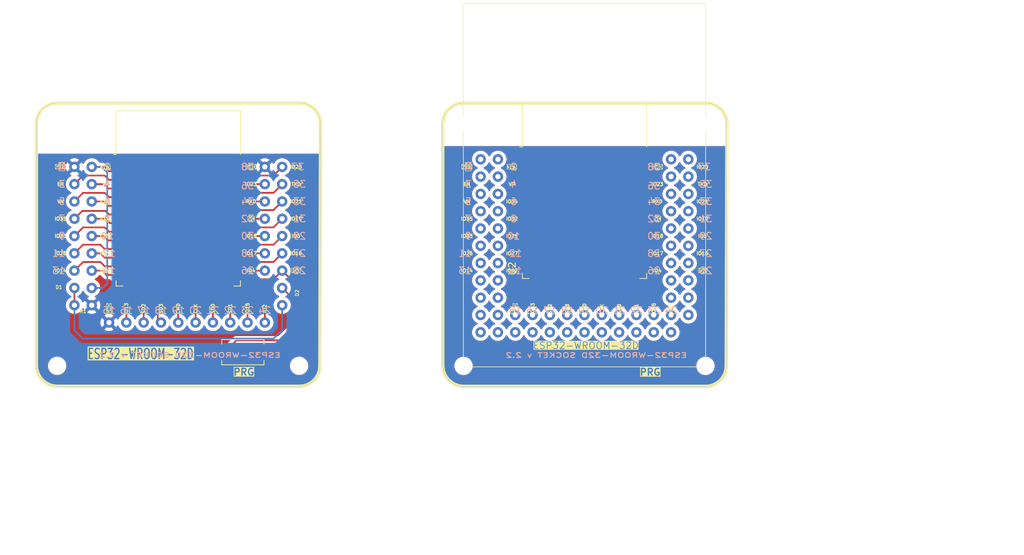
<source format=kicad_pcb>
(kicad_pcb (version 20240108) (generator "pcbnew") (generator_version "8.0")
  (layers (0 "F.Cu" signal) (31 "B.Cu" signal) (34 "B.Paste" user) (35 "F.Paste" user) (36 "B.SilkS" user "B.Silkscreen") (37 "F.SilkS" user "F.Silkscreen") (38 "B.Mask" user) (39 "F.Mask" user) (44 "Edge.Cuts" user))
  (net 0 "")
  (net 1 "GND")
  (net 2 "+3V3")
  (net 3 "unconnected-(U1-EN-Pad3)")
  (net 4 "unconnected-(U1-SENSOR_VP-Pad4)")
  (net 5 "unconnected-(U1-SENSOR_VN-Pad5)")
  (net 6 "unconnected-(U1-IO34-Pad6)")
  (net 7 "unconnected-(U1-IO35-Pad7)")
  (net 8 "unconnected-(U1-IO32-Pad8)")
  (net 9 "unconnected-(U1-IO33-Pad9)")
  (net 10 "unconnected-(U1-IO25-Pad10)")
  (net 11 "unconnected-(U1-IO26-Pad11)")
  (net 12 "unconnected-(U1-IO27-Pad12)")
  (net 13 "unconnected-(U1-IO14-Pad13)")
  (net 14 "unconnected-(U1-IO12-Pad14)")
  (net 15 "unconnected-(U1-IO13-Pad16)")
  (net 16 "unconnected-(U1-SHD{slash}SD2-Pad17)")
  (net 17 "unconnected-(U1-SWP{slash}SD3-Pad18)")
  (net 18 "unconnected-(U1-SCS{slash}CMD-Pad19)")
  (net 19 "unconnected-(U1-SCK{slash}CLK-Pad20)")
  (net 20 "unconnected-(U1-SDO{slash}SD0-Pad21)")
  (net 21 "unconnected-(U1-SDI{slash}SD1-Pad22)")
  (net 22 "unconnected-(U1-IO15-Pad23)")
  (net 23 "unconnected-(U1-IO2-Pad24)")
  (net 24 "unconnected-(U1-IO4-Pad26)")
  (net 25 "unconnected-(U1-IO16-Pad27)")
  (net 26 "unconnected-(U1-IO17-Pad28)")
  (net 27 "unconnected-(U1-IO5-Pad29)")
  (net 28 "unconnected-(U1-IO18-Pad30)")
  (net 29 "unconnected-(U1-IO19-Pad31)")
  (net 30 "unconnected-(U1-NC-Pad32)")
  (net 31 "unconnected-(U1-IO21-Pad33)")
  (net 32 "unconnected-(U1-RXD0{slash}IO3-Pad34)")
  (net 33 "unconnected-(U1-TXD0{slash}IO1-Pad35)")
  (net 34 "unconnected-(U1-IO22-Pad36)")
  (net 35 "unconnected-(U1-IO23-Pad37)")
  (net 36 "Net-(D1-K)")
  (net 37 "Net-(D2-A)")
  (net 38 "/PRG")
  (net 41 "Net-(U2-GND-Pad1)")
  (footprint "Alexander Footprints Library:R_2.5mm" (layer "F.Cu") (at 56.75 85.53)
    (property "Reference" "R1")
    (property "Value" "R")
  )
  (footprint "MountingHole:MountingHole_2.2mm_M2" (layer "F.Cu") (at 51.68 91.89)
    (property "Reference" "H4" (hide yes))
    (property "Value" "MountingHole_Pad_MP")
  )
  (footprint "MountingHole:MountingHole_2.2mm_M2" (layer "F.Cu") (at 51.68 56.39)
    (property "Reference" "H1" (hide yes))
    (property "Value" "MountingHole_Pad_MP")
  )
  (footprint "Alexander Footprints Library:LED_2.5mm" (layer "F.Cu") (at 87.23 80.45 90)
    (property "Reference" "D2")
    (property "Value" "PROG" (hide yes))
  )
  (footprint "Alexander Footprints Library:LED_2.5mm" (layer "F.Cu") (at 56.75 90.61)
    (property "Reference" "D1")
    (property "Value" "PWR" (hide yes))
  )
  (footprint "Alexanddr Footprints Library:ESP32-WROOM-Adapter-Socket" (layer "F.Cu") (at 129.05 69.18)
    (property "Reference" "U2")
    (property "Value" "ESP32-WROOM-32D")
  )
  (footprint "MountingHole:MountingHole_2.2mm_M2" (layer "F.Cu") (at 146.8 91.9)
    (property "Reference" "H3" (hide yes))
    (property "Value" "MountingHole_Pad_MP")
  )
  (footprint "MountingHole:MountingHole_2.2mm_M2" (layer "F.Cu") (at 87.18 56.39)
    (property "Reference" "H2" (hide yes))
    (property "Value" "MountingHole_Pad_MP")
  )
  (footprint "MountingHole:MountingHole_2.2mm_M2" (layer "F.Cu") (at 146.8 56.4)
    (property "Reference" "H2" (hide yes))
    (property "Value" "MountingHole_Pad_MP")
  )
  (footprint "Alexander Footprints Library:ESP32-WROOM-Adapter-2" (layer "F.Cu") (at 69.45 70.29)
    (property "Reference" "U1" (hide yes))
    (property "Value" "ESP32-WROOM-32D")
  )
  (footprint "Button_Switch_SMD:SW_SPST_EVQPE1" (layer "F.Cu") (at 78.93 89.89 180)
    (property "Reference" "SW1" (hide yes))
    (property "Value" "PRG")
  )
  (footprint "MountingHole:MountingHole_2.2mm_M2" (layer "F.Cu") (at 87.18 91.89)
    (property "Reference" "H3" (hide yes))
    (property "Value" "MountingHole_Pad_MP")
  )
  (footprint "MountingHole:MountingHole_2.2mm_M2" (layer "F.Cu") (at 111.3 56.4)
    (property "Reference" "H1" (hide yes))
    (property "Value" "MountingHole_Pad_MP")
  )
  (footprint "MountingHole:MountingHole_2.2mm_M2" (layer "F.Cu") (at 111.3 91.9)
    (property "Reference" "H4" (hide yes))
    (property "Value" "MountingHole_Pad_MP")
  )
  (gr_line (start 108.25 91.8) (end 108.25 56.4) (stroke (width 0.5)) (layer "F.SilkS"))
  (gr_arc (start 111.35 94.9) (mid 109.157969 93.992031) (end 108.25 91.8) (stroke (width 0.5)) (layer "F.SilkS"))
  (gr_line (start 90.23 91.89) (end 90.33 56.39) (stroke (width 0.5)) (layer "F.SilkS"))
  (gr_arc (start 108.25 56.4) (mid 109.157969 54.207969) (end 111.35 53.3) (stroke (width 0.5)) (layer "F.SilkS"))
  (gr_line (start 146.85 53.3) (end 111.35 53.3) (stroke (width 0.5)) (layer "F.SilkS"))
  (gr_arc (start 90.23 91.89) (mid 89.35132 94.01132) (end 87.23 94.89) (stroke (width 0.5)) (layer "F.SilkS"))
  (gr_line (start 149.85 91.9) (end 149.95 56.4) (stroke (width 0.5)) (layer "F.SilkS"))
  (gr_line (start 87.23 53.29) (end 51.73 53.29) (stroke (width 0.5)) (layer "F.SilkS"))
  (gr_arc (start 48.63 56.39) (mid 49.537969 54.197969) (end 51.73 53.29) (stroke (width 0.5)) (layer "F.SilkS"))
  (gr_arc (start 146.85 53.3) (mid 149.042031 54.207969) (end 149.95 56.4) (stroke (width 0.5)) (layer "F.SilkS"))
  (gr_line (start 111.35 94.9) (end 146.85 94.9) (stroke (width 0.5)) (layer "F.SilkS"))
  (gr_arc (start 149.85 91.9) (mid 148.97132 94.02132) (end 146.85 94.9) (stroke (width 0.5)) (layer "F.SilkS"))
  (gr_arc (start 87.23 53.29) (mid 89.422031 54.197969) (end 90.33 56.39) (stroke (width 0.5)) (layer "F.SilkS"))
  (gr_line (start 51.73 94.89) (end 87.23 94.89) (stroke (width 0.5)) (layer "F.SilkS"))
  (gr_line (start 48.63 91.79) (end 48.63 56.39) (stroke (width 0.5)) (layer "F.SilkS"))
  (gr_arc (start 51.73 94.89) (mid 49.537969 93.982031) (end 48.63 91.79) (stroke (width 0.5)) (layer "F.SilkS"))
  (gr_line (start 87.23 94.928) (end 51.67 94.928) (stroke (width 0.1)) (layer "Edge.Cuts"))
  (gr_arc (start 87.23 53.272) (mid 89.385261 54.164739) (end 90.278 56.32) (stroke (width 0.1)) (layer "Edge.Cuts"))
  (gr_line (start 146.85 94.938) (end 111.29 94.938) (stroke (width 0.1)) (layer "Edge.Cuts"))
  (gr_line (start 146.85 53.282) (end 111.29 53.282) (stroke (width 0.1)) (layer "Edge.Cuts"))
  (gr_arc (start 48.622 56.32) (mid 49.514739 54.164739) (end 51.67 53.272) (stroke (width 0.1)) (layer "Edge.Cuts"))
  (gr_arc (start 108.242 56.33) (mid 109.134739 54.174739) (end 111.29 53.282) (stroke (width 0.1)) (layer "Edge.Cuts"))
  (gr_arc (start 51.67 94.928) (mid 49.514739 94.035261) (end 48.622 91.88) (stroke (width 0.1)) (layer "Edge.Cuts"))
  (gr_arc (start 111.29 94.938) (mid 109.134739 94.045261) (end 108.242 91.89) (stroke (width 0.1)) (layer "Edge.Cuts"))
  (gr_arc (start 146.85 53.282) (mid 149.005261 54.174739) (end 149.898 56.33) (stroke (width 0.1)) (layer "Edge.Cuts"))
  (gr_arc (start 90.278 91.88) (mid 89.385261 94.035261) (end 87.23 94.928) (stroke (width 0.1)) (layer "Edge.Cuts"))
  (gr_line (start 48.622 56.32) (end 48.622 91.88) (stroke (width 0.1)) (layer "Edge.Cuts"))
  (gr_line (start 87.23 53.272) (end 51.67 53.272) (stroke (width 0.1)) (layer "Edge.Cuts"))
  (gr_arc (start 149.898 91.89) (mid 149.005261 94.045261) (end 146.85 94.938) (stroke (width 0.1)) (layer "Edge.Cuts"))
  (gr_line (start 149.898 91.89) (end 149.898 56.33) (stroke (width 0.1)) (layer "Edge.Cuts"))
  (gr_line (start 90.278 91.88) (end 90.278 56.32) (stroke (width 0.1)) (layer "Edge.Cuts"))
  (gr_line (start 108.242 56.33) (end 108.242 91.89) (stroke (width 0.1)) (layer "Edge.Cuts"))
  (gr_text "31" (at 146.85 70.3 0) (layer "B.SilkS") (effects (font (size 1 1)) (justify mirror)))
  (gr_text "26" (at 79.61 77.91 0) (layer "B.SilkS") (effects (font (size 1 1)) (justify mirror)))
  (gr_text "5" (at 112.56 67.76 0) (layer "B.SilkS") (effects (font (size 1 1)) (justify left mirror)))
  (gr_text "14" (at 59.29 77.91 0) (layer "B.SilkS") (effects (font (size 1 1)) (justify mirror)))
  (gr_text "21" (at 134.15 83.762 0) (layer "B.SilkS") (effects (font (size 1 1)) (justify mirror)))
  (gr_text "18" (at 66.91 83.752 0) (layer "B.SilkS") (effects (font (size 1 1)) (justify mirror)))
  (gr_text "13" (at 52.94 77.91 0) (layer "B.SilkS") (effects (font (size 1 1)) (justify left mirror)))
  (gr_text "15" (at 59.29 83.752 0) (layer "B.SilkS") (effects (font (size 1 1)) (justify mirror)))
  (gr_text "24" (at 82.15 83.752 0) (layer "B.SilkS") (effects (font (size 1 1)) (justify mirror)))
  (gr_text "35" (at 146.85 65.22 0) (layer "B.SilkS") (effects (font (size 1 1)) (justify mirror)))
  (gr_text "6" (at 59.036 67.75 0) (layer "B.SilkS") (effects (font (size 1 1)) (justify mirror)))
  (gr_text "7" (at 52.94 70.29 0) (layer "B.SilkS") (effects (font (size 1 1)) (justify left mirror)))
  (gr_text "34" (at 139.23 67.76 0) (layer "B.SilkS") (effects (font (size 1 1)) (justify mirror)))
  (gr_text "28" (at 79.61 75.37 0) (layer "B.SilkS") (effects (font (size 1 1)) (justify mirror)))
  (gr_text "25" (at 146.85 77.92 0) (layer "B.SilkS") (effects (font (size 1 1)) (justify mirror)))
  (gr_text "33" (at 87.23 67.75 0) (layer "B.SilkS") (effects (font (size 1 1)) (justify mirror)))
  (gr_text "24" (at 141.77 83.762 0) (layer "B.SilkS") (effects (font (size 1 1)) (justify mirror)))
  (gr_text "19" (at 69.45 83.752 0) (layer "B.SilkS") (effects (font (size 1 1)) (justify mirror)))
  (gr_text "5" (at 52.94 67.75 0) (layer "B.SilkS") (effects (font (size 1 1)) (justify left mirror)))
  (gr_text "18" (at 126.53 83.762 0) (layer "B.SilkS") (effects (font (size 1 1)) (justify mirror)))
  (gr_text "31" (at 87.23 70.29 0) (layer "B.SilkS") (effects (font (size 1 1)) (justify mirror)))
  (gr_text "7" (at 112.56 70.3 0) (layer "B.SilkS") (effects (font (size 1 1)) (justify left mirror)))
  (gr_text "27" (at 146.85 75.38 0) (layer "B.SilkS") (effects (font (size 1 1)) (justify mirror)))
  (gr_text "16" (at 121.45 83.762 0) (layer "B.SilkS") (effects (font (size 1 1)) (justify mirror)))
  (gr_text "3" (at 112.56 65.22 0) (layer "B.SilkS") (effects (font (size 1 1)) (justify left mirror)))
  (gr_text "23\n" (at 139.23 83.762 0) (layer "B.SilkS") (effects (font (size 1 1)) (justify mirror)))
  (gr_text "11" (at 112.56 75.38 0) (layer "B.SilkS") (effects (font (size 1 1)) (justify left mirror)))
  (gr_text "10" (at 59.036 72.83 0) (layer "B.SilkS") (effects (font (size 1 1)) (justify mirror)))
  (gr_text "16" (at 61.83 83.752 0) (layer "B.SilkS") (effects (font (size 1 1)) (justify mirror)))
  (gr_text "3" (at 52.94 65.21 0) (layer "B.SilkS") (effects (font (size 1 1)) (justify left mirror)))
  (gr_text "33" (at 146.85 67.76 0) (layer "B.SilkS") (effects (font (size 1 1)) (justify mirror)))
  (gr_text "32" (at 79.61 70.29 0) (layer "B.SilkS") (effects (font (size 1 1)) (justify mirror)))
  (gr_text "22" (at 77.07 83.752 0) (layer "B.SilkS") (effects (font (size 1 1)) (justify mirror)))
  (gr_text "15" (at 118.91 83.762 0) (layer "B.SilkS") (effects (font (size 1 1)) (justify mirror)))
  (gr_text "27" (at 87.23 75.37 0) (layer "B.SilkS") (effects (font (size 1 1)) (justify mirror)))
  (gr_text "4" (at 59.036 65.21 0) (layer "B.SilkS") (effects (font (size 1 1)) (justify mirror)))
  (gr_text "25" (at 87.23 77.91 0) (layer "B.SilkS") (effects (font (size 1 1)) (justify mirror)))
  (gr_text "8" (at 59.036 70.29 0) (layer "B.SilkS") (effects (font (size 1 1)) (justify mirror)))
  (gr_text "12" (at 118.91 75.38 0) (layer "B.SilkS") (effects (font (size 1 1)) (justify mirror)))
  (gr_text "6" (at 118.656 67.76 0) (layer "B.SilkS") (effects (font (size 1 1)) (justify mirror)))
  (gr_text "17" (at 64.37 83.752 0) (layer "B.SilkS") (effects (font (size 1 1)) (justify mirror)))
  (gr_text "ESP32-WROOM-32D SOCKET v 2.2" (at 144.183 90.747 0) (layer "B.SilkS") (effects (font (size 0.7 1)) (justify left bottom mirror)))
  (gr_text "36" (at 79.61 65.464 0) (layer "B.SilkS") (effects (font (size 1 1)) (justify mirror)))
  (gr_text "37" (at 86.976 62.67 0) (layer "B.SilkS") (effects (font (size 1 1)) (justify mirror)))
  (gr_text "29" (at 146.85 72.84 0) (layer "B.SilkS") (effects (font (size 1 1)) (justify mirror)))
  (gr_text "4" (at 118.656 65.22 0) (layer "B.SilkS") (effects (font (size 1 1)) (justify mirror)))
  (gr_text "19" (at 129.07 83.762 0) (layer "B.SilkS") (effects (font (size 1 1)) (justify mirror)))
  (gr_text "23\n" (at 79.61 83.752 0) (layer "B.SilkS") (effects (font (size 1 1)) (justify mirror)))
  (gr_text "29" (at 87.23 72.83 0) (layer "B.SilkS") (effects (font (size 1 1)) (justify mirror)))
  (gr_text "35" (at 87.23 65.21 0) (layer "B.SilkS") (effects (font (size 1 1)) (justify mirror)))
  (gr_text "2" (at 118.656 62.68 0) (layer "B.SilkS") (effects (font (size 1 1)) (justify mirror)))
  (gr_text "30" (at 79.61 72.83 0) (layer "B.SilkS") (effects (font (size 1 1)) (justify mirror)))
  (gr_text "8" (at 118.656 70.3 0) (layer "B.SilkS") (effects (font (size 1 1)) (justify mirror)))
  (gr_text "14" (at 118.91 77.92 0) (layer "B.SilkS") (effects (font (size 1 1)) (justify mirror)))
  (gr_text "9" (at 52.94 72.83 0) (layer "B.SilkS") (effects (font (size 1 1)) (justify left mirror)))
  (gr_text "11" (at 52.94 75.37 0) (layer "B.SilkS") (effects (font (size 1 1)) (justify left mirror)))
  (gr_text "34" (at 79.61 67.75 0) (layer "B.SilkS") (effects (font (size 1 1)) (justify mirror)))
  (gr_text "32" (at 139.23 70.3 0) (layer "B.SilkS") (effects (font (size 1 1)) (justify mirror)))
  (gr_text "37" (at 146.596 62.68 0) (layer "B.SilkS") (effects (font (size 1 1)) (justify mirror)))
  (gr_text "30" (at 139.23 72.84 0) (layer "B.SilkS") (effects (font (size 1 1)) (justify mirror)))
  (gr_text "38" (at 139.23 62.68 0) (layer "B.SilkS") (effects (font (size 1 1)) (justify mirror)))
  (gr_text "2" (at 59.036 62.67 0) (layer "B.SilkS") (effects (font (size 1 1)) (justify mirror)))
  (gr_text "20" (at 71.99 83.752 0) (layer "B.SilkS") (effects (font (size 1 1)) (justify mirror)))
  (gr_text "1" (at 112.56 62.68 0) (layer "B.SilkS" knockout) (effects (font (size 1 1)) (justify left mirror)))
  (gr_text "12" (at 59.29 75.37 0) (layer "B.SilkS") (effects (font (size 1 1)) (justify mirror)))
  (gr_text "36" (at 139.23 65.474 0) (layer "B.SilkS") (effects (font (size 1 1)) (justify mirror)))
  (gr_text "21" (at 74.53 83.752 0) (layer "B.SilkS") (effects (font (size 1 1)) (justify mirror)))
  (gr_text "28" (at 139.23 75.38 0) (layer "B.SilkS") (effects (font (size 1 1)) (justify mirror)))
  (gr_text "1" (at 52.94 62.67 0) (layer "B.SilkS" knockout) (effects (font (size 1 1)) (justify left mirror)))
  (gr_text "9" (at 112.56 72.84 0) (layer "B.SilkS") (effects (font (size 1 1)) (justify left mirror)))
  (gr_text "26" (at 139.23 77.92 0) (layer "B.SilkS") (effects (font (size 1 1)) (justify mirror)))
  (gr_text "17" (at 123.99 83.762 0) (layer "B.SilkS") (effects (font (size 1 1)) (justify mirror)))
  (gr_text "20" (at 131.61 83.762 0) (layer "B.SilkS") (effects (font (size 1 1)) (justify mirror)))
  (gr_text "10" (at 118.656 72.84 0) (layer "B.SilkS") (effects (font (size 1 1)) (justify mirror)))
  (gr_text "38" (at 79.61 62.67 0) (layer "B.SilkS") (effects (font (size 1 1)) (justify mirror)))
  (gr_text "ESP32-WROOM-32D SOCKET v 2.2" (at 84.563 90.737 0) (layer "B.SilkS") (effects (font (size 0.7 1)) (justify left bottom mirror)))
  (gr_text "13" (at 112.56 77.92 0) (layer "B.SilkS") (effects (font (size 1 1)) (justify left mirror)))
  (gr_text "22" (at 136.69 83.762 0) (layer "B.SilkS") (effects (font (size 1 1)) (justify mirror)))
  (gr_text "VP" (at 118.402 65.22 0) (layer "F.SilkS") (effects (font (size 0.5 0.5) (thickness 0.125))))
  (gr_text "IO18" (at 139.738 72.84 0) (layer "F.SilkS") (effects (font (size 0.5 0.5) (thickness 0.125))))
  (gr_text "IO15" (at 139.23 83.508 90) (layer "F.SilkS") (effects (font (size 0.5 0.5) (thickness 0.125))))
  (gr_text "RXD" (at 80.118 67.75 0) (layer "F.SilkS") (effects (font (size 0.5 0.5) (thickness 0.125))))
  (gr_text "CMD" (at 69.45 83.498 90) (layer "F.SilkS") (effects (font (size 0.5 0.5) (thickness 0.125))))
  (gr_text "VN" (at 111.798 67.76 0) (layer "F.SilkS") (effects (font (size 0.5 0.5) (thickness 0.125))))
  (gr_text "IO13" (at 121.45 83.508 90) (layer "F.SilkS") (effects (font (size 0.5 0.5) (thickness 0.125))))
  (gr_text "IO2" (at 141.77 83.508 90) (layer "F.SilkS") (effects (font (size 0.5 0.5) (thickness 0.125))))
  (gr_text "IO16" (at 146.342 75.38 0) (layer "F.SilkS") (effects (font (size 0.5 0.5) (thickness 0.125))))
  (gr_text "IO23" (at 80.118 65.21 0) (layer "F.SilkS") (effects (font (size 0.5 0.5) (thickness 0.125))))
  (gr_text "SD2" (at 64.37 83.498 90) (layer "F.SilkS") (effects (font (size 0.5 0.5) (thickness 0.125))))
  (gr_text "CLK" (at 71.99 83.498 90) (layer "F.SilkS") (effects (font (size 0.5 0.5) (thickness 0.125))))
  (gr_text "EN" (at 111.798 65.22 0) (layer "F.SilkS") (effects (font (size 0.5 0.5) (thickness 0.125))))
  (gr_text "TXD" (at 146.342 65.22 0) (layer "F.SilkS") (effects (font (size 0.5 0.5) (thickness 0.125))))
  (gr_text "IO26" (at 111.798 75.38 0) (layer "F.SilkS") (effects (font (size 0.5 0.5) (thickness 0.125))))
  (gr_text "IO18" (at 80.118 72.83 0) (layer "F.SilkS") (effects (font (size 0.5 0.5) (thickness 0.125))))
  (gr_text "IO13" (at 61.83 83.498 90) (layer "F.SilkS") (effects (font (size 0.5 0.5) (thickness 0.125))))
  (gr_text "SD0" (at 74.53 83.498 90) (layer "F.SilkS") (effects (font (size 0.5 0.5) (thickness 0.125))))
  (gr_text "IO35" (at 52.178 70.29 0) (layer "F.SilkS") (effects (font (size 0.5 0.5) (thickness 0.125))))
  (gr_text "IO4" (at 80.118 77.91 0) (layer "F.SilkS") (effects (font (size 0.5 0.5) (thickness 0.125))))
  (gr_text "IO25" (at 118.402 72.84 0) (layer "F.SilkS") (effects (font (size 0.5 0.5) (thickness 0.125))))
  (gr_text "IO19" (at 146.342 70.3 0) (layer "F.SilkS") (effects (font (size 0.5 0.5) (thickness 0.125))))
  (gr_text "IO14" (at 52.178 77.91 0) (layer "F.SilkS") (effects (font (size 0.5 0.5) (thickness 0.125))))
  (gr_text "IO15" (at 79.61 83.498 90) (layer "F.SilkS") (effects (font (size 0.5 0.5) (thickness 0.125))))
  (gr_text "SD2" (at 123.99 83.508 90) (layer "F.SilkS") (effects (font (size 0.5 0.5) (thickness 0.125))))
  (gr_text "PRG" (at 77.43 93.39 0) (layer "F.SilkS" knockout) (effects (font (size 1 1) (thickness 0.2) (bold yes)) (justify left bottom)))
  (gr_text "IO5" (at 86.722 72.83 0) (layer "F.SilkS") (effects (font (size 0.5 0.5) (thickness 0.125))))
  (gr_text "VN" (at 52.178 67.75 0) (layer "F.SilkS") (effects (font (size 0.5 0.5) (thickness 0.125))))
  (gr_text "SD3" (at 126.53 83.508 90) (layer "F.SilkS") (effects (font (size 0.5 0.5) (thickness 0.125))))
  (gr_text "IO25" (at 58.782 72.83 0) (layer "F.SilkS") (effects (font (size 0.5 0.5) (thickness 0.125))))
  (gr_text "SD1" (at 77.07 83.498 90) (layer "F.SilkS") (effects (font (size 0.5 0.5) (thickness 0.125))))
  (gr_text "IO12" (at 58.782 77.91 0) (layer "F.SilkS") (effects (font (size 0.5 0.5) (thickness 0.125))))
  (gr_text "IO12" (at 118.402 77.92 0) (layer "F.SilkS") (effects (font (size 0.5 0.5) (thickness 0.125))))
  (gr_text "3V3" (at 58.782 62.67 0) (layer "F.SilkS" knockout) (effects (font (size 0.5 0.5) (thickness 0.125))))
  (gr_text "IO26" (at 52.178 75.37 0) (layer "F.SilkS") (effects (font (size 0.5 0.5) (thickness 0.125))))
  (gr_text "VP" (at 58.782 65.21 0) (layer "F.SilkS") (effects (font (size 0.5 0.5) (thickness 0.125))))
  (gr_text "GND" (at 52.178 62.67 0) (layer "F.SilkS" knockout) (effects (font (size 0.5 0.5) (thickness 0.125))))
  (gr_text "IO23" (at 139.738 65.22 0) (layer "F.SilkS") (effects (font (size 0.5 0.5) (thickness 0.125))))
  (gr_text "IO34" (at 118.402 67.76 0) (layer "F.SilkS") (effects (font (size 0.5 0.5) (thickness 0.125))))
  (gr_text "IO27" (at 118.402 75.38 0) (layer "F.SilkS") (effects (font (size 0.5 0.5) (thickness 0.125))))
  (gr_text "GND" (at 118.91 83.508 90) (layer "F.SilkS" knockout) (effects (font (size 0.5 0.5) (thickness 0.125))))
  (gr_text "IO17" (at 139.738 75.38 0) (layer "F.SilkS") (effects (font (size 0.5 0.5) (thickness 0.125))))
  (gr_text "NC" (at 139.738 70.3 0) (layer "F.SilkS" knockout) (effects (font (size 0.5 0.5) (thickness 0.125))))
  (gr_text "IO34" (at 58.782 67.75 0) (layer "F.SilkS") (effects (font (size 0.5 0.5) (thickness 0.125))))
  (gr_text "IO23" (at 146.342 62.68 0) (layer "F.SilkS") (effects (font (size 0.5 0.5) (thickness 0.125))))
  (gr_text "IO35" (at 111.798 70.3 0) (layer "F.SilkS") (effects (font (size 0.5 0.5) (thickness 0.125))))
  (gr_text "IO23" (at 86.722 62.67 0) (layer "F.SilkS") (effects (font (size 0.5 0.5) (thickness 0.125))))
  (gr_text "SD0" (at 134.15 83.508 90) (layer "F.SilkS") (effects (font (size 0.5 0.5) (thickness 0.125))))
  (gr_text "GND" (at 139.738 62.68 0) (layer "F.SilkS" knockout) (effects (font (size 0.5 0.5) (thickness 0.125))))
  (gr_text "GND" (at 111.798 62.68 0) (layer "F.SilkS" knockout) (effects (font (size 0.5 0.5) (thickness 0.125))))
  (gr_text "IO16" (at 86.722 75.37 0) (layer "F.SilkS") (effects (font (size 0.5 0.5) (thickness 0.125))))
  (gr_text "IO17" (at 80.118 75.37 0) (layer "F.SilkS") (effects (font (size 0.5 0.5) (thickness 0.125))))
  (gr_text "3V3" (at 118.402 62.68 0) (layer "F.SilkS" knockout) (effects (font (size 0.5 0.5) (thickness 0.125))))
  (gr_text "IO0" (at 86.722 77.91 0) (layer "F.SilkS" knockout) (effects (font (size 0.5 0.5) (thickness 0.125))))
  (gr_text "IO4" (at 139.738 77.92 0) (layer "F.SilkS") (effects (font (size 0.5 0.5) (thickness 0.125))))
  (gr_text "PRG" (at 137.05 93.4 0) (layer "F.SilkS" knockout) (effects (font (size 1 1) (thickness 0.2) (bold yes)) (justify left bottom)))
  (gr_text "TXD" (at 86.722 65.21 0) (layer "F.SilkS") (effects (font (size 0.5 0.5) (thickness 0.125))))
  (gr_text "SD1" (at 136.69 83.508 90) (layer "F.SilkS") (effects (font (size 0.5 0.5) (thickness 0.125))))
  (gr_text "SD3" (at 66.91 83.498 90) (layer "F.SilkS") (effects (font (size 0.5 0.5) (thickness 0.125))))
  (gr_text "IO5" (at 146.342 72.84 0) (layer "F.SilkS") (effects (font (size 0.5 0.5) (thickness 0.125))))
  (gr_text "RXD" (at 139.738 67.76 0) (layer "F.SilkS") (effects (font (size 0.5 0.5) (thickness 0.125))))
  (gr_text "EN" (at 52.178 65.21 0) (layer "F.SilkS") (effects (font (size 0.5 0.5) (thickness 0.125))))
  (gr_text "IO19" (at 86.722 70.29 0) (layer "F.SilkS") (effects (font (size 0.5 0.5) (thickness 0.125))))
  (gr_text "CMD" (at 129.07 83.508 90) (layer "F.SilkS") (effects (font (size 0.5 0.5) (thickness 0.125))))
  (gr_text "IO21" (at 146.342 67.76 0) (layer "F.SilkS") (effects (font (size 0.5 0.5) (thickness 0.125))))
  (gr_text "CLK" (at 131.61 83.508 90) (layer "F.SilkS") (effects (font (size 0.5 0.5) (thickness 0.125))))
  (gr_text "IO32" (at 58.782 70.29 0) (layer "F.SilkS") (effects (font (size 0.5 0.5) (thickness 0.125))))
  (gr_text "GND" (at 80.118 62.67 0) (layer "F.SilkS" knockout) (effects (font (size 0.5 0.5) (thickness 0.125))))
  (gr_text "IO33" (at 111.798 72.84 0) (layer "F.SilkS") (effects (font (size 0.5 0.5) (thickness 0.125))))
  (gr_text "IO27" (at 58.782 75.37 0) (layer "F.SilkS") (effects (font (size 0.5 0.5) (thickness 0.125))))
  (gr_text "IO14" (at 111.798 77.92 0) (layer "F.SilkS") (effects (font (size 0.5 0.5) (thickness 0.125))))
  (gr_text "GND" (at 59.29 83.498 90) (layer "F.SilkS" knockout) (effects (font (size 0.5 0.5) (thickness 0.125))))
  (gr_text "IO32" (at 118.402 70.3 0) (layer "F.SilkS") (effects (font (size 0.5 0.5) (thickness 0.125))))
  (gr_text "IO21" (at 86.722 67.75 0) (layer "F.SilkS") (effects (font (size 0.5 0.5) (thickness 0.125))))
  (gr_text "IO0" (at 146.342 77.92 0) (layer "F.SilkS" knockout) (effects (font (size 0.5 0.5) (thickness 0.125))))
  (gr_text "IO33" (at 52.178 72.83 0) (layer "F.SilkS") (effects (font (size 0.5 0.5) (thickness 0.125))))
  (gr_text "NC" (at 80.118 70.29 0) (layer "F.SilkS" knockout) (effects (font (size 0.5 0.5) (thickness 0.125))))
  (gr_text "IO2" (at 82.15 83.498 90) (layer "F.SilkS") (effects (font (size 0.5 0.5) (thickness 0.125))))
  (segment (start 58.65 62.67) (end 59.29 63.31) (width 0.25) (layer "F.Cu") (net 2))
  (segment (start 60.7 63.31) (end 59.29 63.31) (width 0.25) (layer "F.Cu") (net 2))
  (segment (start 56.75 62.67) (end 58.65 62.67) (width 0.25) (layer "F.Cu") (net 2))
  (segment (start 59.03 63.49) (end 59.03 79.79) (width 0.25) (layer "B.Cu") (net 2))
  (segment (start 58.37 80.45) (end 56.75 80.45) (width 0.25) (layer "B.Cu") (net 2))
  (segment (start 58.21 62.67) (end 59.03 63.49) (width 0.25) (layer "B.Cu") (net 2))
  (segment (start 59.03 79.79) (end 58.37 80.45) (width 0.25) (layer "B.Cu") (net 2))
  (segment (start 56.75 62.67) (end 58.21 62.67) (width 0.25) (layer "B.Cu") (net 2))
  (segment (start 55.48 63.94) (end 54.21 65.21) (width 0.25) (layer "F.Cu") (net 3))
  (segment (start 59.29 64.58) (end 58.65 63.94) (width 0.25) (layer "F.Cu") (net 3))
  (segment (start 60.7 64.58) (end 59.29 64.58) (width 0.25) (layer "F.Cu") (net 3))
  (segment (start 58.65 63.94) (end 55.48 63.94) (width 0.25) (layer "F.Cu") (net 3))
  (segment (start 56.75 65.21) (end 58.528 65.21) (width 0.25) (layer "F.Cu") (net 4))
  (segment (start 58.528 65.21) (end 59.168 65.85) (width 0.25) (layer "F.Cu") (net 4))
  (segment (start 59.168 65.85) (end 60.7 65.85) (width 0.25) (layer "F.Cu") (net 4))
  (segment (start 54.21 67.75) (end 55.47 66.49) (width 0.25) (layer "F.Cu") (net 5))
  (segment (start 58.66 66.49) (end 59.29 67.12) (width 0.25) (layer "F.Cu") (net 5))
  (segment (start 59.29 67.12) (end 60.7 67.12) (width 0.25) (layer "F.Cu") (net 5))
  (segment (start 55.47 66.49) (end 58.66 66.49) (width 0.25) (layer "F.Cu") (net 5))
  (segment (start 58.528 67.75) (end 56.75 67.75) (width 0.25) (layer "F.Cu") (net 6))
  (segment (start 59.168 68.39) (end 58.528 67.75) (width 0.25) (layer "F.Cu") (net 6))
  (segment (start 60.7 68.39) (end 59.168 68.39) (width 0.25) (layer "F.Cu") (net 6))
  (segment (start 59.29 69.66) (end 60.7 69.66) (width 0.25) (layer "F.Cu") (net 7))
  (segment (start 55.36 69.14) (end 58.77 69.14) (width 0.25) (layer "F.Cu") (net 7))
  (segment (start 54.21 70.29) (end 55.36 69.14) (width 0.25) (layer "F.Cu") (net 7))
  (segment (start 58.77 69.14) (end 59.29 69.66) (width 0.25) (layer "F.Cu") (net 7))
  (segment (start 60.7 70.93) (end 59.422 70.93) (width 0.25) (layer "F.Cu") (net 8))
  (segment (start 58.782 70.29) (end 56.75 70.29) (width 0.25) (layer "F.Cu") (net 8))
  (segment (start 59.422 70.93) (end 58.782 70.29) (width 0.25) (layer "F.Cu") (net 8))
  (segment (start 58.65 71.56) (end 59.29 72.2) (width 0.25) (layer "F.Cu") (net 9))
  (segment (start 55.48 71.56) (end 58.65 71.56) (width 0.25) (layer "F.Cu") (net 9))
  (segment (start 54.21 72.83) (end 55.48 71.56) (width 0.25) (layer "F.Cu") (net 9))
  (segment (start 59.29 72.2) (end 60.7 72.2) (width 0.25) (layer "F.Cu") (net 9))
  (segment (start 59.168 73.47) (end 58.528 72.83) (width 0.25) (layer "F.Cu") (net 10))
  (segment (start 60.7 73.47) (end 59.168 73.47) (width 0.25) (layer "F.Cu") (net 10))
  (segment (start 58.528 72.83) (end 56.75 72.83) (width 0.25) (layer "F.Cu") (net 10))
  (segment (start 58.02 74.1) (end 55.48 74.1) (width 0.25) (layer "F.Cu") (net 11))
  (segment (start 58.66 74.74) (end 58.02 74.1) (width 0.25) (layer "F.Cu") (net 11))
  (segment (start 55.48 74.1) (end 54.21 75.37) (width 0.25) (layer "F.Cu") (net 11))
  (segment (start 60.7 74.74) (end 58.66 74.74) (width 0.25) (layer "F.Cu") (net 11))
  (segment (start 60.7 76.01) (end 58.66 76.01) (width 0.25) (layer "F.Cu") (net 12))
  (segment (start 58.02 75.37) (end 56.75 75.37) (width 0.25) (layer "F.Cu") (net 12))
  (segment (start 58.66 76.01) (end 58.02 75.37) (width 0.25) (layer "F.Cu") (net 12))
  (segment (start 54.21 77.91) (end 55.48 76.64) (width 0.25) (layer "F.Cu") (net 13))
  (segment (start 55.48 76.64) (end 58.02 76.64) (width 0.25) (layer "F.Cu") (net 13))
  (segment (start 58.66 77.28) (end 60.7 77.28) (width 0.25) (layer "F.Cu") (net 13))
  (segment (start 58.02 76.64) (end 58.66 77.28) (width 0.25) (layer "F.Cu") (net 13))
  (segment (start 58.274 77.91) (end 56.75 77.91) (width 0.25) (layer "F.Cu") (net 14))
  (segment (start 58.914 78.55) (end 58.274 77.91) (width 0.25) (layer "F.Cu") (net 14))
  (segment (start 60.7 78.55) (end 58.914 78.55) (width 0.25) (layer "F.Cu") (net 14))
  (segment (start 64.18 82.64) (end 63.18 82.64) (width 0.25) (layer "F.Cu") (net 15))
  (segment (start 65.01 79.8) (end 65.01 81.81) (width 0.25) (layer "F.Cu") (net 15))
  (segment (start 61.83 83.99) (end 61.83 85.53) (width 0.25) (layer "F.Cu") (net 15))
  (segment (start 63.18 82.64) (end 61.83 83.99) (width 0.25) (layer "F.Cu") (net 15))
  (segment (start 65.01 81.81) (end 64.18 82.64) (width 0.25) (layer "F.Cu") (net 15))
  (segment (start 64.37 83.825) (end 66.28 81.915) (width 0.25) (layer "F.Cu") (net 16))
  (segment (start 64.37 85.53) (end 64.37 83.825) (width 0.25) (layer "F.Cu") (net 16))
  (segment (start 66.28 81.915) (end 66.28 79.8) (width 0.25) (layer "F.Cu") (net 16))
  (segment (start 66.43 83.64) (end 67.55 82.52) (width 0.25) (layer "F.Cu") (net 17))
  (segment (start 66.43 85.05) (end 66.43 83.64) (width 0.25) (layer "F.Cu") (net 17))
  (segment (start 67.55 82.52) (end 67.55 79.8) (width 0.25) (layer "F.Cu") (net 17))
  (segment (start 66.91 85.53) (end 66.43 85.05) (width 0.25) (layer "F.Cu") (net 17))
  (segment (start 68.82 82.28) (end 68.82 79.8) (width 0.25) (layer "F.Cu") (net 18))
  (segment (start 69.43 82.89) (end 68.82 82.28) (width 0.25) (layer "F.Cu") (net 18))
  (segment (start 69.45 85.53) (end 69.43 85.51) (width 0.25) (layer "F.Cu") (net 18))
  (segment (start 69.43 85.51) (end 69.43 82.89) (width 0.25) (layer "F.Cu") (net 18))
  (segment (start 71.99 83.2) (end 70.09 81.3) (width 0.25) (layer "F.Cu") (net 19))
  (segment (start 71.99 85.53) (end 71.99 83.2) (width 0.25) (layer "F.Cu") (net 19))
  (segment (start 70.09 81.3) (end 70.09 79.8) (width 0.25) (layer "F.Cu") (net 19))
  (segment (start 74.53 84.24) (end 71.36 81.07) (width 0.25) (layer "F.Cu") (net 20))
  (segment (start 71.36 81.07) (end 71.36 79.8) (width 0.25) (layer "F.Cu") (net 20))
  (segment (start 74.53 85.53) (end 74.53 84.24) (width 0.25) (layer "F.Cu") (net 20))
  (segment (start 77.07 84.03) (end 76.63 83.59) (width 0.25) (layer "F.Cu") (net 21))
  (segment (start 77.07 85.53) (end 77.07 84.03) (width 0.25) (layer "F.Cu") (net 21))
  (segment (start 74.63 83.59) (end 72.63 81.59) (width 0.25) (layer "F.Cu") (net 21))
  (segment (start 76.63 83.59) (end 74.63 83.59) (width 0.25) (layer "F.Cu") (net 21))
  (segment (start 72.63 81.59) (end 72.63 79.8) (width 0.25) (layer "F.Cu") (net 21))
  (segment (start 79.61 84.07) (end 79.61 85.53) (width 0.25) (layer "F.Cu") (net 22))
  (segment (start 73.9 79.8) (end 73.9 81.61) (width 0.25) (layer "F.Cu") (net 22))
  (segment (start 75.43 83.14) (end 78.68 83.14) (width 0.25) (layer "F.Cu") (net 22))
  (segment (start 78.68 83.14) (end 79.61 84.07) (width 0.25) (layer "F.Cu") (net 22))
  (segment (start 73.9 81.61) (end 75.43 83.14) (width 0.25) (layer "F.Cu") (net 22))
  (segment (start 80.98 82.69) (end 82.15 83.86) (width 0.25) (layer "F.Cu") (net 23))
  (segment (start 75.17 81.63) (end 76.23 82.69) (width 0.25) (layer "F.Cu") (net 23))
  (segment (start 75.17 79.8) (end 75.17 81.63) (width 0.25) (layer "F.Cu") (net 23))
  (segment (start 76.23 82.69) (end 80.98 82.69) (width 0.25) (layer "F.Cu") (net 23))
  (segment (start 82.15 83.86) (end 82.15 85.53) (width 0.25) (layer "F.Cu") (net 23))
  (segment (start 80.372 77.91) (end 82.15 77.91) (width 0.25) (layer "F.Cu") (net 24))
  (segment (start 79.742 77.28) (end 80.372 77.91) (width 0.25) (layer "F.Cu") (net 24))
  (segment (start 78.2 77.28) (end 79.742 77.28) (width 0.25) (layer "F.Cu") (net 24))
  (segment (start 83.42 76.64) (end 84.69 75.37) (width 0.25) (layer "F.Cu") (net 25))
  (segment (start 79.163 76.01) (end 79.793 76.64) (width 0.25) (layer "F.Cu") (net 25))
  (segment (start 79.793 76.64) (end 83.42 76.64) (width 0.25) (layer "F.Cu") (net 25))
  (segment (start 78.2 76.01) (end 79.163 76.01) (width 0.25) (layer "F.Cu") (net 25))
  (segment (start 78.2 74.74) (end 79.742 74.74) (width 0.25) (layer "F.Cu") (net 26))
  (segment (start 80.372 75.37) (end 82.15 75.37) (width 0.25) (layer "F.Cu") (net 26))
  (segment (start 79.742 74.74) (end 80.372 75.37) (width 0.25) (layer "F.Cu") (net 26))
  (segment (start 80.504 73.47) (end 81.134 74.1) (width 0.25) (layer "F.Cu") (net 27))
  (segment (start 83.42 74.1) (end 84.69 72.83) (width 0.25) (layer "F.Cu") (net 27))
  (segment (start 78.2 73.47) (end 80.504 73.47) (width 0.25) (layer "F.Cu") (net 27))
  (segment (start 81.134 74.1) (end 83.42 74.1) (width 0.25) (layer "F.Cu") (net 27))
  (segment (start 80.372 72.83) (end 82.15 72.83) (width 0.25) (layer "F.Cu") (net 28))
  (segment (start 79.742 72.2) (end 80.372 72.83) (width 0.25) (layer "F.Cu") (net 28))
  (segment (start 78.2 72.2) (end 79.742 72.2) (width 0.25) (layer "F.Cu") (net 28))
  (segment (start 83.42 71.56) (end 84.69 70.29) (width 0.25) (layer "F.Cu") (net 29))
  (segment (start 78.2 70.93) (end 79.163 70.93) (width 0.25) (layer "F.Cu") (net 29))
  (segment (start 79.793 71.56) (end 83.42 71.56) (width 0.25) (layer "F.Cu") (net 29))
  (segment (start 79.163 70.93) (end 79.793 71.56) (width 0.25) (layer "F.Cu") (net 29))
  (segment (start 80.626 70.29) (end 82.15 70.29) (width 0.25) (layer "F.Cu") (net 30))
  (segment (start 78.2 69.66) (end 79.996 69.66) (width 0.25) (layer "F.Cu") (net 30))
  (segment (start 79.996 69.66) (end 80.626 70.29) (width 0.25) (layer "F.Cu") (net 30))
  (segment (start 79.793 69.02) (end 83.42 69.02) (width 0.25) (layer "F.Cu") (net 31))
  (segment (start 83.42 69.02) (end 84.69 67.75) (width 0.25) (layer "F.Cu") (net 31))
  (segment (start 78.2 68.39) (end 79.163 68.39) (width 0.25) (layer "F.Cu") (net 31))
  (segment (start 79.163 68.39) (end 79.793 69.02) (width 0.25) (layer "F.Cu") (net 31))
  (segment (start 78.2 67.12) (end 79.996 67.12) (width 0.25) (layer "F.Cu") (net 32))
  (segment (start 79.996 67.12) (end 80.626 67.75) (width 0.25) (layer "F.Cu") (net 32))
  (segment (start 80.626 67.75) (end 82.15 67.75) (width 0.25) (layer "F.Cu") (net 32))
  (segment (start 80.25 65.85) (end 80.88 66.48) (width 0.25) (layer "F.Cu") (net 33))
  (segment (start 83.42 66.48) (end 84.69 65.21) (width 0.25) (layer "F.Cu") (net 33))
  (segment (start 80.88 66.48) (end 83.42 66.48) (width 0.25) (layer "F.Cu") (net 33))
  (segment (start 78.2 65.85) (end 80.25 65.85) (width 0.25) (layer "F.Cu") (net 33))
  (segment (start 78.2 64.58) (end 79.996 64.58) (width 0.25) (layer "F.Cu") (net 34))
  (segment (start 79.996 64.58) (end 80.626 65.21) (width 0.25) (layer "F.Cu") (net 34))
  (segment (start 80.626 65.21) (end 82.15 65.21) (width 0.25) (layer "F.Cu") (net 34))
  (segment (start 83.42 63.94) (end 84.69 62.67) (width 0.25) (layer "F.Cu") (net 35))
  (segment (start 78.2 63.31) (end 80.25 63.31) (width 0.25) (layer "F.Cu") (net 35))
  (segment (start 80.25 63.31) (end 80.88 63.94) (width 0.25) (layer "F.Cu") (net 35))
  (segment (start 80.88 63.94) (end 83.42 63.94) (width 0.25) (layer "F.Cu") (net 35))
  (segment (start 54.21 82.99) (end 54.21 80.45) (width 0.25) (layer "F.Cu") (net 36))
  (segment (start 83.43 87.89) (end 55.43 87.89) (width 0.25) (layer "B.Cu") (net 36))
  (segment (start 54.21 86.67) (end 54.21 82.99) (width 0.25) (layer "B.Cu") (net 36))
  (segment (start 84.69 86.63) (end 83.43 87.89) (width 0.25) (layer "B.Cu") (net 36))
  (segment (start 84.69 82.99) (end 84.69 86.63) (width 0.25) (layer "B.Cu") (net 36))
  (segment (start 55.43 87.89) (end 54.21 86.67) (width 0.25) (layer "B.Cu") (net 36))
  (segment (start 76.23 89.89) (end 77.98 88.14) (width 0.25) (layer "F.Cu") (net 37))
  (segment (start 77.98 88.14) (end 84.43 88.14) (width 0.25) (layer "F.Cu") (net 37))
  (segment (start 86.43 82.19) (end 84.69 80.45) (width 0.25) (layer "F.Cu") (net 37))
  (segment (start 86.43 86.14) (end 86.43 82.19) (width 0.25) (layer "F.Cu") (net 37))
  (segment (start 84.43 88.14) (end 86.43 86.14) (width 0.25) (layer "F.Cu") (net 37))
  (segment (start 78.2 78.55) (end 79.356 78.55) (width 0.25) (layer "F.Cu") (net 38))
  (segment (start 83.43 89.89) (end 86.88 86.44) (width 0.25) (layer "F.Cu") (net 38))
  (segment (start 86.88 80.1) (end 84.69 77.91) (width 0.25) (layer "F.Cu") (net 38))
  (segment (start 79.986 79.18) (end 83.42 79.18) (width 0.25) (layer "F.Cu") (net 38))
  (segment (start 81.63 89.89) (end 83.43 89.89) (width 0.25) (layer "F.Cu") (net 38))
  (segment (start 86.88 86.44) (end 86.88 80.1) (width 0.25) (layer "F.Cu") (net 38))
  (segment (start 79.356 78.55) (end 79.986 79.18) (width 0.25) (layer "F.Cu") (net 38))
  (segment (start 83.42 79.18) (end 84.69 77.91) (width 0.25) (layer "F.Cu") (net 38))
  (zone (net 1) (net_name "GND") (layer "F.Cu") (priority 1) (connect_pads (clearance 0.5)) (min_thickness 0.25) (fill yes (thermal_gap 0.5) (thermal_bridge_width 0.5))
    (polygon (pts (xy 150.05 53.15) (xy 150.05 95.15) (xy 108.05 95.15) (xy 108.05 53.15)))
  )
  (zone (net 1) (net_name "GND") (layer "F.Cu") (priority 1) (connect_pads (clearance 0.5)) (min_thickness 0.25) (fill yes (thermal_gap 0.5) (thermal_bridge_width 0.5))
    (polygon (pts (xy 90.43 53.14) (xy 90.43 95.14) (xy 48.43 95.14) (xy 48.43 53.14)))
  )
  (zone (net 1) (net_name "GND") (layer "B.Cu") (name "GND") (connect_pads (clearance 0.5)) (min_thickness 0.25) (fill yes (thermal_gap 0.5) (thermal_bridge_width 0.5))
    (polygon (pts (xy 48.43 95.14) (xy 48.43 53.14) (xy 90.43 53.14) (xy 90.43 95.14)))
  )
  (zone (net 1) (net_name "GND") (layer "B.Cu") (name "GND") (connect_pads (clearance 0.5)) (min_thickness 0.25) (fill yes (thermal_gap 0.5) (thermal_bridge_width 0.5))
    (polygon (pts (xy 108.05 95.15) (xy 108.05 53.15) (xy 150.05 53.15) (xy 150.05 95.15)))
  )
)
</source>
